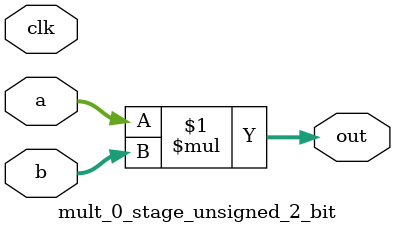
<source format=sv>
(* use_dsp = "yes" *) module mult_0_stage_unsigned_2_bit(
	input  [1:0] a,
	input  [1:0] b,
	output [1:0] out,
	input clk);

	assign out = a * b;
endmodule

</source>
